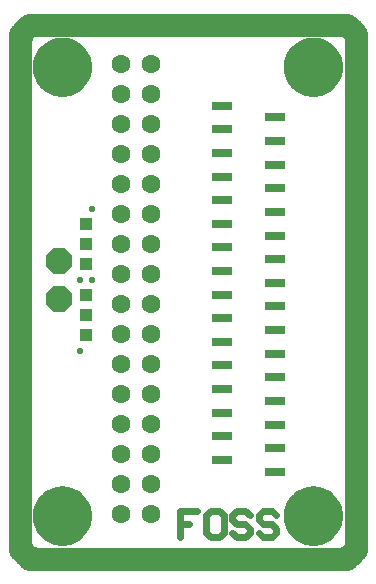
<source format=gts>
%FSDAX24Y24*%
%MOIN*%
%SFA1B1*%

%IPPOS*%
%AMD27*
4,1,8,-0.018500,0.044500,-0.044500,0.018500,-0.044500,-0.018500,-0.018500,-0.044500,0.018500,-0.044500,0.044500,-0.018500,0.044500,0.018500,0.018500,0.044500,-0.018500,0.044500,0.0*
%
%ADD22C,0.039370*%
%ADD23C,0.076610*%
%ADD24C,0.021910*%
%ADD25R,0.041340X0.039370*%
%ADD26R,0.068900X0.027560*%
G04~CAMADD=27~4~0.0~0.0~889.3~889.3~0.0~260.5~0~0.0~0.0~0.0~0.0~0~0.0~0.0~0.0~0.0~0~0.0~0.0~0.0~45.0~890.0~890.0*
%ADD27D27*%
%ADD28C,0.125980*%
%ADD29C,0.062990*%
%ADD30C,0.021940*%
%LN32pinffc_breakout_pcb-1*%
%LPD*%
G54D22*
X052165Y025885D02*
D01*
X052163Y025940*
X052157Y025995*
X052148Y026049*
X052134Y026102*
X052117Y026155*
X052097Y026206*
X052073Y026255*
X052045Y026303*
X052015Y026348*
X051981Y026391*
X051944Y026432*
X051904Y026470*
X051862Y026506*
X051818Y026538*
X051771Y026567*
X051723Y026593*
X051672Y026615*
X051621Y026634*
X051568Y026649*
X051514Y026661*
X051460Y026668*
X051405Y026672*
X051350*
X051295Y026668*
X051241Y026661*
X051187Y026649*
X051134Y026634*
X051083Y026615*
X051032Y026593*
X050984Y026567*
X050937Y026538*
X050893Y026506*
X050851Y026470*
X050811Y026432*
X050774Y026391*
X050740Y026348*
X050710Y026303*
X050682Y026255*
X050658Y026206*
X050638Y026155*
X050621Y026102*
X050607Y026049*
X050598Y025995*
X050592Y025940*
X050590Y025885*
X050592Y025830*
X050598Y025776*
X050607Y025722*
X050621Y025668*
X050638Y025616*
X050658Y025565*
X050682Y025516*
X050710Y025468*
X050740Y025422*
X050774Y025379*
X050811Y025338*
X050851Y025300*
X050893Y025265*
X050937Y025233*
X050984Y025203*
X051032Y025178*
X051083Y025155*
X051134Y025136*
X051187Y025121*
X051241Y025110*
X051295Y025102*
X051350Y025098*
X051405*
X051460Y025102*
X051514Y025110*
X051568Y025121*
X051621Y025136*
X051672Y025155*
X051723Y025178*
X051771Y025203*
X051818Y025233*
X051862Y025265*
X051904Y025300*
X051944Y025338*
X051981Y025379*
X052015Y025422*
X052045Y025468*
X052073Y025516*
X052097Y025565*
X052117Y025616*
X052134Y025668*
X052148Y025722*
X052157Y025776*
X052163Y025830*
X052165Y025885*
X043799D02*
D01*
X043797Y025940*
X043791Y025995*
X043781Y026049*
X043768Y026102*
X043751Y026155*
X043731Y026206*
X043707Y026255*
X043679Y026303*
X043648Y026348*
X043614Y026391*
X043578Y026432*
X043538Y026470*
X043496Y026506*
X043452Y026538*
X043405Y026567*
X043356Y026593*
X043306Y026615*
X043255Y026634*
X043202Y026649*
X043148Y026661*
X043094Y026668*
X043039Y026672*
X042984*
X042929Y026668*
X042875Y026661*
X042821Y026649*
X042768Y026634*
X042716Y026615*
X042666Y026593*
X042618Y026567*
X042571Y026538*
X042527Y026506*
X042484Y026470*
X042445Y026432*
X042408Y026391*
X042374Y026348*
X042344Y026303*
X042316Y026255*
X042292Y026206*
X042271Y026155*
X042254Y026102*
X042241Y026049*
X042232Y025995*
X042226Y025940*
X042224Y025885*
X042226Y025830*
X042232Y025776*
X042241Y025722*
X042254Y025668*
X042271Y025616*
X042292Y025565*
X042316Y025516*
X042344Y025468*
X042374Y025422*
X042408Y025379*
X042445Y025338*
X042484Y025300*
X042527Y025265*
X042571Y025233*
X042618Y025203*
X042666Y025178*
X042716Y025155*
X042768Y025136*
X042821Y025121*
X042875Y025110*
X042929Y025102*
X042984Y025098*
X043039*
X043094Y025102*
X043148Y025110*
X043202Y025121*
X043255Y025136*
X043306Y025155*
X043356Y025178*
X043405Y025203*
X043452Y025233*
X043496Y025265*
X043538Y025300*
X043578Y025338*
X043614Y025379*
X043648Y025422*
X043679Y025468*
X043707Y025516*
X043731Y025565*
X043751Y025616*
X043768Y025668*
X043781Y025722*
X043791Y025776*
X043797Y025830*
X043799Y025885*
X052165Y040846D02*
D01*
X052163Y040901*
X052157Y040956*
X052148Y041010*
X052134Y041063*
X052117Y041115*
X052097Y041166*
X052073Y041216*
X052045Y041263*
X052015Y041309*
X051981Y041352*
X051944Y041393*
X051904Y041431*
X051862Y041466*
X051818Y041499*
X051771Y041528*
X051723Y041554*
X051672Y041576*
X051621Y041595*
X051568Y041610*
X051514Y041621*
X051460Y041629*
X051405Y041633*
X051350*
X051295Y041629*
X051241Y041621*
X051187Y041610*
X051134Y041595*
X051083Y041576*
X051032Y041554*
X050984Y041528*
X050937Y041499*
X050893Y041466*
X050851Y041431*
X050811Y041393*
X050774Y041352*
X050740Y041309*
X050710Y041263*
X050682Y041216*
X050658Y041166*
X050638Y041115*
X050621Y041063*
X050607Y041010*
X050598Y040956*
X050592Y040901*
X050590Y040846*
X050592Y040791*
X050598Y040736*
X050607Y040682*
X050621Y040629*
X050638Y040577*
X050658Y040526*
X050682Y040476*
X050710Y040429*
X050740Y040383*
X050774Y040340*
X050811Y040299*
X050851Y040261*
X050893Y040226*
X050937Y040193*
X050984Y040164*
X051032Y040138*
X051083Y040116*
X051134Y040097*
X051187Y040082*
X051241Y040071*
X051295Y040063*
X051350Y040059*
X051405*
X051460Y040063*
X051514Y040071*
X051568Y040082*
X051621Y040097*
X051672Y040116*
X051723Y040138*
X051771Y040164*
X051818Y040193*
X051862Y040226*
X051904Y040261*
X051944Y040299*
X051981Y040340*
X052015Y040383*
X052045Y040429*
X052073Y040476*
X052097Y040526*
X052117Y040577*
X052134Y040629*
X052148Y040682*
X052157Y040736*
X052163Y040791*
X052165Y040846*
X043799D02*
D01*
X043797Y040901*
X043791Y040956*
X043781Y041010*
X043768Y041063*
X043751Y041115*
X043731Y041166*
X043707Y041216*
X043679Y041263*
X043648Y041309*
X043614Y041352*
X043578Y041393*
X043538Y041431*
X043496Y041466*
X043452Y041499*
X043405Y041528*
X043356Y041554*
X043306Y041576*
X043255Y041595*
X043202Y041610*
X043148Y041621*
X043094Y041629*
X043039Y041633*
X042984*
X042929Y041629*
X042875Y041621*
X042821Y041610*
X042768Y041595*
X042716Y041576*
X042666Y041554*
X042618Y041528*
X042571Y041499*
X042527Y041466*
X042484Y041431*
X042445Y041393*
X042408Y041352*
X042374Y041309*
X042344Y041263*
X042316Y041216*
X042292Y041166*
X042271Y041115*
X042254Y041063*
X042241Y041010*
X042232Y040956*
X042226Y040901*
X042224Y040846*
X042226Y040791*
X042232Y040736*
X042241Y040682*
X042254Y040629*
X042271Y040577*
X042292Y040526*
X042316Y040476*
X042344Y040429*
X042374Y040383*
X042408Y040340*
X042445Y040299*
X042484Y040261*
X042527Y040226*
X042571Y040193*
X042618Y040164*
X042666Y040138*
X042716Y040116*
X042768Y040097*
X042821Y040082*
X042875Y040071*
X042929Y040063*
X042984Y040059*
X043039*
X043094Y040063*
X043148Y040071*
X043202Y040082*
X043255Y040097*
X043306Y040116*
X043356Y040138*
X043405Y040164*
X043452Y040193*
X043496Y040226*
X043538Y040261*
X043578Y040299*
X043614Y040340*
X043648Y040383*
X043679Y040429*
X043707Y040476*
X043731Y040526*
X043751Y040577*
X043768Y040629*
X043781Y040682*
X043791Y040736*
X043797Y040791*
X043799Y040846*
G54D23*
X041614Y024960D02*
D01*
X041615Y024926*
X041618Y024892*
X041624Y024858*
X041633Y024824*
X041643Y024792*
X041656Y024760*
X041671Y024729*
X041688Y024699*
X041708Y024671*
X041729Y024644*
X041752Y024618*
X041777Y024594*
X041803Y024572*
X041831Y024552*
X041860Y024534*
X041890Y024518*
X041921Y024504*
X041954Y024492*
X041987Y024483*
X042020Y024475*
X042054Y024471*
X042089Y024468*
X042106Y024468*
Y042263D02*
D01*
X042071Y042262*
X042037Y042259*
X042003Y042253*
X041970Y042244*
X041937Y042234*
X041906Y042221*
X041875Y042206*
X041845Y042189*
X041817Y042169*
X041789Y042148*
X041764Y042125*
X041740Y042100*
X041718Y042074*
X041698Y042046*
X041680Y042017*
X041664Y041987*
X041650Y041956*
X041638Y041923*
X041628Y041890*
X041621Y041857*
X041616Y041823*
X041614Y041788*
X041614Y041771*
X052795D02*
D01*
X052794Y041806*
X052790Y041840*
X052784Y041874*
X052776Y041907*
X052765Y041940*
X052752Y041971*
X052737Y042002*
X052720Y042032*
X052701Y042060*
X052680Y042088*
X052657Y042113*
X052632Y042137*
X052606Y042159*
X052578Y042179*
X052549Y042197*
X052518Y042213*
X052487Y042227*
X052455Y042239*
X052422Y042249*
X052388Y042256*
X052354Y042261*
X052320Y042263*
X052303Y042263*
Y024468D02*
D01*
X052337Y024469*
X052371Y024473*
X052405Y024479*
X052438Y024487*
X052471Y024498*
X052503Y024511*
X052534Y024526*
X052563Y024543*
X052592Y024562*
X052619Y024583*
X052645Y024606*
X052668Y024631*
X052690Y024657*
X052711Y024685*
X052729Y024714*
X052745Y024744*
X052759Y024776*
X052771Y024808*
X052780Y024841*
X052787Y024875*
X052792Y024909*
X052795Y024943*
X052795Y024960*
Y024763D02*
Y041968D01*
X041909Y024468D02*
X052500D01*
X041909Y042263D02*
X052500D01*
X041614Y024763D02*
Y041968D01*
G54D24*
X047512Y026051D02*
X046929D01*
Y025614*
X047220*
X046929*
Y025177*
X048241Y026051D02*
X047949D01*
X047803Y025906*
Y025322*
X047949Y025177*
X048241*
X048387Y025322*
Y025906*
X048241Y026051*
X049261Y025906D02*
X049115Y026051D01*
X048824*
X048678Y025906*
Y025760*
X048824Y025614*
X049115*
X049261Y025468*
Y025322*
X049115Y025177*
X048824*
X048678Y025322*
X050136Y025906D02*
X049990Y026051D01*
X049699*
X049553Y025906*
Y025760*
X049699Y025614*
X049990*
X050136Y025468*
Y025322*
X049990Y025177*
X049699*
X049553Y025322*
G54D25*
X043799Y031909D03*
Y033248D03*
Y032578D03*
Y034271D03*
Y035610D03*
Y034941D03*
G54D26*
X048326Y033267D03*
X050098Y027362D03*
X048326Y027755D03*
X050098Y028149D03*
X048326Y028543D03*
X050098Y028937D03*
X048326Y029330D03*
X050098Y029724D03*
X048326Y030118D03*
X050098Y030511D03*
X048326Y030905D03*
X050098Y031299D03*
X048326Y031692D03*
X050098Y032086D03*
X048326Y032480D03*
X050098Y032874D03*
X048326Y034055D03*
X050098Y033661D03*
X048326Y034842D03*
X050098Y034448D03*
X048326Y035629D03*
X050098Y035236D03*
X048326Y037204D03*
X050098Y036023D03*
X048326Y036417D03*
X050098Y036811D03*
X048326Y037992D03*
X050098Y037598D03*
X048326Y038779D03*
X050098Y038385D03*
Y039173D03*
X048326Y039566D03*
G54D27*
X042893Y034389D03*
Y033129D03*
G54D28*
X051377Y025885D03*
X043011D03*
X051377Y040846D03*
X043011D03*
G54D29*
X045972Y026956D03*
X044972D03*
X045972Y040956D03*
Y039956D03*
Y038956D03*
Y037956D03*
Y036956D03*
X044972Y040956D03*
Y039956D03*
Y038956D03*
Y037956D03*
Y036956D03*
Y032956D03*
Y033956D03*
Y034956D03*
Y035956D03*
X045972Y032956D03*
Y033956D03*
Y034956D03*
Y035956D03*
Y031956D03*
Y030956D03*
Y029956D03*
X044972Y031956D03*
Y030956D03*
Y029956D03*
Y027956D03*
Y028956D03*
X045972Y027956D03*
Y028956D03*
X044972Y025956D03*
X045972D03*
G54D30*
X043602Y031397D03*
X043996Y036122D03*
Y033759D03*
X043602D03*
M02*
</source>
